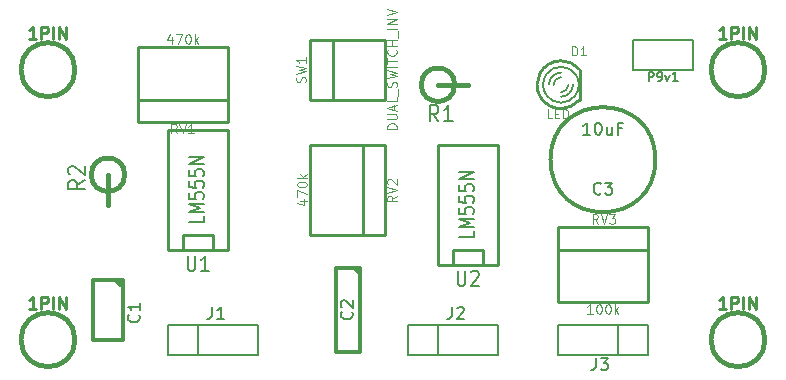
<source format=gto>
G04 (created by PCBNEW (2013-jul-07)-stable) date Sat 29 Nov 2014 08:52:29 PM GMT*
%MOIN*%
G04 Gerber Fmt 3.4, Leading zero omitted, Abs format*
%FSLAX34Y34*%
G01*
G70*
G90*
G04 APERTURE LIST*
%ADD10C,0.00590551*%
%ADD11C,0.015*%
%ADD12C,0.01*%
%ADD13C,0.006*%
%ADD14C,0.012*%
%ADD15C,0.008*%
%ADD16C,0.0035*%
%ADD17C,0.00472441*%
G04 APERTURE END LIST*
G54D10*
G54D11*
X48500Y-39500D02*
X48500Y-40500D01*
X49059Y-39500D02*
G75*
G03X49059Y-39500I-559J0D01*
G74*
G01*
G54D12*
X51000Y-42000D02*
X51000Y-41500D01*
X51000Y-41500D02*
X52000Y-41500D01*
X52000Y-41500D02*
X52000Y-42000D01*
X50500Y-42000D02*
X50500Y-38000D01*
X50500Y-38000D02*
X52500Y-38000D01*
X52500Y-38000D02*
X52500Y-42000D01*
X52500Y-42000D02*
X50500Y-42000D01*
X60000Y-42500D02*
X60000Y-42000D01*
X60000Y-42000D02*
X61000Y-42000D01*
X61000Y-42000D02*
X61000Y-42500D01*
X59500Y-42500D02*
X59500Y-38500D01*
X59500Y-38500D02*
X61500Y-38500D01*
X61500Y-38500D02*
X61500Y-42500D01*
X61500Y-42500D02*
X59500Y-42500D01*
X64220Y-37000D02*
X64220Y-36000D01*
G54D13*
X63139Y-36115D02*
G75*
G03X63000Y-36500I460J-384D01*
G74*
G01*
X63000Y-36500D02*
G75*
G03X63151Y-36897I599J0D01*
G74*
G01*
X64199Y-36500D02*
G75*
G03X64055Y-36110I-599J0D01*
G74*
G01*
X64060Y-36884D02*
G75*
G03X64200Y-36500I-460J384D01*
G74*
G01*
X64087Y-36150D02*
G75*
G03X63600Y-35900I-487J-349D01*
G74*
G01*
X63600Y-35900D02*
G75*
G03X63120Y-36139I0J-600D01*
G74*
G01*
X63600Y-37099D02*
G75*
G03X64072Y-36868I0J599D01*
G74*
G01*
X63126Y-36868D02*
G75*
G03X63600Y-37100I473J368D01*
G74*
G01*
X63600Y-36250D02*
G75*
G03X63350Y-36500I0J-250D01*
G74*
G01*
X63600Y-36100D02*
G75*
G03X63200Y-36500I0J-400D01*
G74*
G01*
X63600Y-36750D02*
G75*
G03X63850Y-36500I0J250D01*
G74*
G01*
X63600Y-36900D02*
G75*
G03X64000Y-36500I0J400D01*
G74*
G01*
G54D12*
X64213Y-35986D02*
G75*
G03X63600Y-35700I-613J-513D01*
G74*
G01*
X63600Y-35701D02*
G75*
G03X62895Y-36123I0J-799D01*
G74*
G01*
X63601Y-37298D02*
G75*
G03X64210Y-37015I-1J798D01*
G74*
G01*
X62905Y-36897D02*
G75*
G03X63600Y-37300I694J397D01*
G74*
G01*
X62895Y-36120D02*
G75*
G03X62800Y-36500I704J-379D01*
G74*
G01*
X62800Y-36500D02*
G75*
G03X62918Y-36918I799J0D01*
G74*
G01*
G54D13*
X66500Y-44500D02*
X66500Y-45500D01*
X66500Y-45500D02*
X63500Y-45500D01*
X63500Y-45500D02*
X63500Y-44500D01*
X63500Y-44500D02*
X66500Y-44500D01*
X65500Y-45500D02*
X65500Y-44500D01*
X50500Y-45500D02*
X50500Y-44500D01*
X50500Y-44500D02*
X53500Y-44500D01*
X53500Y-44500D02*
X53500Y-45500D01*
X53500Y-45500D02*
X50500Y-45500D01*
X51500Y-44500D02*
X51500Y-45500D01*
G54D14*
X49000Y-43020D02*
X49000Y-45000D01*
X49000Y-45000D02*
X48000Y-45000D01*
X48000Y-45000D02*
X48000Y-43000D01*
X48000Y-43000D02*
X49000Y-43000D01*
X48750Y-43000D02*
X49000Y-43250D01*
X56900Y-42600D02*
X56900Y-45400D01*
X56900Y-45400D02*
X56100Y-45400D01*
X56100Y-45400D02*
X56100Y-42600D01*
X56100Y-42600D02*
X56900Y-42600D01*
X56700Y-42600D02*
X56900Y-42800D01*
X66750Y-39000D02*
G75*
G03X66750Y-39000I-1750J0D01*
G74*
G01*
G54D11*
X59500Y-36500D02*
X60500Y-36500D01*
X60059Y-36500D02*
G75*
G03X60059Y-36500I-559J0D01*
G74*
G01*
G54D12*
X56000Y-35000D02*
X56000Y-37000D01*
X57750Y-35000D02*
X57750Y-37000D01*
X55250Y-37000D02*
X55250Y-35000D01*
X55250Y-37000D02*
X57750Y-37000D01*
X55250Y-35000D02*
X57750Y-35000D01*
G54D13*
X68000Y-35000D02*
X68000Y-36000D01*
X68000Y-36000D02*
X66000Y-36000D01*
X66000Y-36000D02*
X66000Y-35000D01*
X66000Y-35000D02*
X68000Y-35000D01*
X58500Y-45500D02*
X58500Y-44500D01*
X58500Y-44500D02*
X61500Y-44500D01*
X61500Y-44500D02*
X61500Y-45500D01*
X61500Y-45500D02*
X58500Y-45500D01*
X59500Y-44500D02*
X59500Y-45500D01*
G54D12*
X57750Y-38500D02*
X55250Y-38500D01*
X57750Y-41500D02*
X55250Y-41500D01*
X57000Y-41500D02*
X57000Y-38500D01*
X57750Y-38500D02*
X57750Y-41500D01*
X55250Y-41500D02*
X55250Y-38500D01*
X52500Y-37750D02*
X52500Y-35250D01*
X49500Y-37750D02*
X49500Y-35250D01*
X49500Y-37000D02*
X52500Y-37000D01*
X52500Y-37750D02*
X49500Y-37750D01*
X49500Y-35250D02*
X52500Y-35250D01*
X63500Y-41250D02*
X63500Y-43750D01*
X66500Y-41250D02*
X66500Y-43750D01*
X66500Y-42000D02*
X63500Y-42000D01*
X63500Y-41250D02*
X66500Y-41250D01*
X66500Y-43750D02*
X63500Y-43750D01*
G54D11*
X47400Y-36000D02*
G75*
G03X47400Y-36000I-900J0D01*
G74*
G01*
X47400Y-45000D02*
G75*
G03X47400Y-45000I-900J0D01*
G74*
G01*
X70400Y-45000D02*
G75*
G03X70400Y-45000I-900J0D01*
G74*
G01*
X70400Y-36000D02*
G75*
G03X70400Y-36000I-900J0D01*
G74*
G01*
G54D15*
X47722Y-39683D02*
X47460Y-39850D01*
X47722Y-39969D02*
X47172Y-39969D01*
X47172Y-39778D01*
X47198Y-39730D01*
X47225Y-39707D01*
X47277Y-39683D01*
X47355Y-39683D01*
X47408Y-39707D01*
X47434Y-39730D01*
X47460Y-39778D01*
X47460Y-39969D01*
X47225Y-39492D02*
X47198Y-39469D01*
X47172Y-39421D01*
X47172Y-39302D01*
X47198Y-39254D01*
X47225Y-39230D01*
X47277Y-39207D01*
X47329Y-39207D01*
X47408Y-39230D01*
X47722Y-39516D01*
X47722Y-39207D01*
X51157Y-42202D02*
X51157Y-42607D01*
X51178Y-42654D01*
X51200Y-42678D01*
X51242Y-42702D01*
X51328Y-42702D01*
X51371Y-42678D01*
X51392Y-42654D01*
X51414Y-42607D01*
X51414Y-42202D01*
X51864Y-42702D02*
X51607Y-42702D01*
X51735Y-42702D02*
X51735Y-42202D01*
X51692Y-42273D01*
X51650Y-42321D01*
X51607Y-42345D01*
X51702Y-40885D02*
X51702Y-41076D01*
X51202Y-41076D01*
X51702Y-40752D02*
X51202Y-40752D01*
X51559Y-40619D01*
X51202Y-40485D01*
X51702Y-40485D01*
X51202Y-40104D02*
X51202Y-40295D01*
X51440Y-40314D01*
X51416Y-40295D01*
X51392Y-40257D01*
X51392Y-40161D01*
X51416Y-40123D01*
X51440Y-40104D01*
X51488Y-40085D01*
X51607Y-40085D01*
X51654Y-40104D01*
X51678Y-40123D01*
X51702Y-40161D01*
X51702Y-40257D01*
X51678Y-40295D01*
X51654Y-40314D01*
X51202Y-39723D02*
X51202Y-39914D01*
X51440Y-39933D01*
X51416Y-39914D01*
X51392Y-39876D01*
X51392Y-39780D01*
X51416Y-39742D01*
X51440Y-39723D01*
X51488Y-39704D01*
X51607Y-39704D01*
X51654Y-39723D01*
X51678Y-39742D01*
X51702Y-39780D01*
X51702Y-39876D01*
X51678Y-39914D01*
X51654Y-39933D01*
X51202Y-39342D02*
X51202Y-39533D01*
X51440Y-39552D01*
X51416Y-39533D01*
X51392Y-39495D01*
X51392Y-39400D01*
X51416Y-39361D01*
X51440Y-39342D01*
X51488Y-39323D01*
X51607Y-39323D01*
X51654Y-39342D01*
X51678Y-39361D01*
X51702Y-39400D01*
X51702Y-39495D01*
X51678Y-39533D01*
X51654Y-39552D01*
X51702Y-39152D02*
X51202Y-39152D01*
X51702Y-38923D01*
X51202Y-38923D01*
X60157Y-42702D02*
X60157Y-43107D01*
X60178Y-43154D01*
X60200Y-43178D01*
X60242Y-43202D01*
X60328Y-43202D01*
X60371Y-43178D01*
X60392Y-43154D01*
X60414Y-43107D01*
X60414Y-42702D01*
X60607Y-42750D02*
X60628Y-42726D01*
X60671Y-42702D01*
X60778Y-42702D01*
X60821Y-42726D01*
X60842Y-42750D01*
X60864Y-42797D01*
X60864Y-42845D01*
X60842Y-42916D01*
X60585Y-43202D01*
X60864Y-43202D01*
X60702Y-41385D02*
X60702Y-41576D01*
X60202Y-41576D01*
X60702Y-41252D02*
X60202Y-41252D01*
X60559Y-41119D01*
X60202Y-40985D01*
X60702Y-40985D01*
X60202Y-40604D02*
X60202Y-40795D01*
X60440Y-40814D01*
X60416Y-40795D01*
X60392Y-40757D01*
X60392Y-40661D01*
X60416Y-40623D01*
X60440Y-40604D01*
X60488Y-40585D01*
X60607Y-40585D01*
X60654Y-40604D01*
X60678Y-40623D01*
X60702Y-40661D01*
X60702Y-40757D01*
X60678Y-40795D01*
X60654Y-40814D01*
X60202Y-40223D02*
X60202Y-40414D01*
X60440Y-40433D01*
X60416Y-40414D01*
X60392Y-40376D01*
X60392Y-40280D01*
X60416Y-40242D01*
X60440Y-40223D01*
X60488Y-40204D01*
X60607Y-40204D01*
X60654Y-40223D01*
X60678Y-40242D01*
X60702Y-40280D01*
X60702Y-40376D01*
X60678Y-40414D01*
X60654Y-40433D01*
X60202Y-39842D02*
X60202Y-40033D01*
X60440Y-40052D01*
X60416Y-40033D01*
X60392Y-39995D01*
X60392Y-39900D01*
X60416Y-39861D01*
X60440Y-39842D01*
X60488Y-39823D01*
X60607Y-39823D01*
X60654Y-39842D01*
X60678Y-39861D01*
X60702Y-39900D01*
X60702Y-39995D01*
X60678Y-40033D01*
X60654Y-40052D01*
X60702Y-39652D02*
X60202Y-39652D01*
X60702Y-39423D01*
X60202Y-39423D01*
G54D16*
X63978Y-35521D02*
X63978Y-35221D01*
X64050Y-35221D01*
X64092Y-35235D01*
X64121Y-35264D01*
X64135Y-35292D01*
X64150Y-35350D01*
X64150Y-35392D01*
X64135Y-35450D01*
X64121Y-35478D01*
X64092Y-35507D01*
X64050Y-35521D01*
X63978Y-35521D01*
X64435Y-35521D02*
X64264Y-35521D01*
X64350Y-35521D02*
X64350Y-35221D01*
X64321Y-35264D01*
X64292Y-35292D01*
X64264Y-35307D01*
X63307Y-37621D02*
X63164Y-37621D01*
X63164Y-37321D01*
X63407Y-37464D02*
X63507Y-37464D01*
X63550Y-37621D02*
X63407Y-37621D01*
X63407Y-37321D01*
X63550Y-37321D01*
X63678Y-37621D02*
X63678Y-37321D01*
X63750Y-37321D01*
X63792Y-37335D01*
X63821Y-37364D01*
X63835Y-37392D01*
X63850Y-37450D01*
X63850Y-37492D01*
X63835Y-37550D01*
X63821Y-37578D01*
X63792Y-37607D01*
X63750Y-37621D01*
X63678Y-37621D01*
G54D13*
X64766Y-45611D02*
X64766Y-45897D01*
X64747Y-45954D01*
X64709Y-45992D01*
X64652Y-46011D01*
X64614Y-46011D01*
X64919Y-45611D02*
X65166Y-45611D01*
X65033Y-45764D01*
X65090Y-45764D01*
X65128Y-45783D01*
X65147Y-45802D01*
X65166Y-45840D01*
X65166Y-45935D01*
X65147Y-45973D01*
X65128Y-45992D01*
X65090Y-46011D01*
X64976Y-46011D01*
X64938Y-45992D01*
X64919Y-45973D01*
X51966Y-43911D02*
X51966Y-44197D01*
X51947Y-44254D01*
X51909Y-44292D01*
X51852Y-44311D01*
X51814Y-44311D01*
X52366Y-44311D02*
X52138Y-44311D01*
X52252Y-44311D02*
X52252Y-43911D01*
X52214Y-43969D01*
X52176Y-44007D01*
X52138Y-44026D01*
G54D15*
X49523Y-44166D02*
X49542Y-44185D01*
X49561Y-44242D01*
X49561Y-44280D01*
X49542Y-44338D01*
X49504Y-44376D01*
X49466Y-44395D01*
X49390Y-44414D01*
X49333Y-44414D01*
X49257Y-44395D01*
X49219Y-44376D01*
X49180Y-44338D01*
X49161Y-44280D01*
X49161Y-44242D01*
X49180Y-44185D01*
X49200Y-44166D01*
X49561Y-43785D02*
X49561Y-44014D01*
X49561Y-43899D02*
X49161Y-43899D01*
X49219Y-43938D01*
X49257Y-43976D01*
X49276Y-44014D01*
X56623Y-44066D02*
X56642Y-44085D01*
X56661Y-44142D01*
X56661Y-44180D01*
X56642Y-44238D01*
X56604Y-44276D01*
X56566Y-44295D01*
X56490Y-44314D01*
X56433Y-44314D01*
X56357Y-44295D01*
X56319Y-44276D01*
X56280Y-44238D01*
X56261Y-44180D01*
X56261Y-44142D01*
X56280Y-44085D01*
X56300Y-44066D01*
X56300Y-43914D02*
X56280Y-43895D01*
X56261Y-43857D01*
X56261Y-43761D01*
X56280Y-43723D01*
X56300Y-43704D01*
X56338Y-43685D01*
X56376Y-43685D01*
X56433Y-43704D01*
X56661Y-43933D01*
X56661Y-43685D01*
X64933Y-40123D02*
X64914Y-40142D01*
X64857Y-40161D01*
X64819Y-40161D01*
X64761Y-40142D01*
X64723Y-40104D01*
X64704Y-40066D01*
X64685Y-39990D01*
X64685Y-39933D01*
X64704Y-39857D01*
X64723Y-39819D01*
X64761Y-39780D01*
X64819Y-39761D01*
X64857Y-39761D01*
X64914Y-39780D01*
X64933Y-39800D01*
X65066Y-39761D02*
X65314Y-39761D01*
X65180Y-39914D01*
X65238Y-39914D01*
X65276Y-39933D01*
X65295Y-39952D01*
X65314Y-39990D01*
X65314Y-40085D01*
X65295Y-40123D01*
X65276Y-40142D01*
X65238Y-40161D01*
X65123Y-40161D01*
X65085Y-40142D01*
X65066Y-40123D01*
X64571Y-38161D02*
X64342Y-38161D01*
X64457Y-38161D02*
X64457Y-37761D01*
X64419Y-37819D01*
X64380Y-37857D01*
X64342Y-37876D01*
X64819Y-37761D02*
X64857Y-37761D01*
X64895Y-37780D01*
X64914Y-37800D01*
X64933Y-37838D01*
X64952Y-37914D01*
X64952Y-38009D01*
X64933Y-38085D01*
X64914Y-38123D01*
X64895Y-38142D01*
X64857Y-38161D01*
X64819Y-38161D01*
X64780Y-38142D01*
X64761Y-38123D01*
X64742Y-38085D01*
X64723Y-38009D01*
X64723Y-37914D01*
X64742Y-37838D01*
X64761Y-37800D01*
X64780Y-37780D01*
X64819Y-37761D01*
X65295Y-37895D02*
X65295Y-38161D01*
X65123Y-37895D02*
X65123Y-38104D01*
X65142Y-38142D01*
X65180Y-38161D01*
X65238Y-38161D01*
X65276Y-38142D01*
X65295Y-38123D01*
X65619Y-37952D02*
X65485Y-37952D01*
X65485Y-38161D02*
X65485Y-37761D01*
X65676Y-37761D01*
X59516Y-37722D02*
X59350Y-37460D01*
X59230Y-37722D02*
X59230Y-37172D01*
X59421Y-37172D01*
X59469Y-37198D01*
X59492Y-37225D01*
X59516Y-37277D01*
X59516Y-37355D01*
X59492Y-37408D01*
X59469Y-37434D01*
X59421Y-37460D01*
X59230Y-37460D01*
X59992Y-37722D02*
X59707Y-37722D01*
X59850Y-37722D02*
X59850Y-37172D01*
X59802Y-37251D01*
X59754Y-37303D01*
X59707Y-37329D01*
G54D17*
X55077Y-36419D02*
X55092Y-36374D01*
X55092Y-36299D01*
X55077Y-36269D01*
X55062Y-36254D01*
X55032Y-36239D01*
X55002Y-36239D01*
X54972Y-36254D01*
X54957Y-36269D01*
X54942Y-36299D01*
X54927Y-36359D01*
X54912Y-36389D01*
X54897Y-36404D01*
X54867Y-36419D01*
X54837Y-36419D01*
X54807Y-36404D01*
X54792Y-36389D01*
X54777Y-36359D01*
X54777Y-36284D01*
X54792Y-36239D01*
X54777Y-36134D02*
X55092Y-36059D01*
X54867Y-36000D01*
X55092Y-35940D01*
X54777Y-35865D01*
X55092Y-35580D02*
X55092Y-35760D01*
X55092Y-35670D02*
X54777Y-35670D01*
X54822Y-35700D01*
X54852Y-35730D01*
X54867Y-35760D01*
X58127Y-37972D02*
X57812Y-37972D01*
X57812Y-37897D01*
X57827Y-37852D01*
X57857Y-37822D01*
X57887Y-37807D01*
X57947Y-37792D01*
X57992Y-37792D01*
X58052Y-37807D01*
X58082Y-37822D01*
X58112Y-37852D01*
X58127Y-37897D01*
X58127Y-37972D01*
X57812Y-37657D02*
X58067Y-37657D01*
X58097Y-37642D01*
X58112Y-37627D01*
X58127Y-37597D01*
X58127Y-37537D01*
X58112Y-37507D01*
X58097Y-37492D01*
X58067Y-37477D01*
X57812Y-37477D01*
X58037Y-37342D02*
X58037Y-37192D01*
X58127Y-37372D02*
X57812Y-37267D01*
X58127Y-37162D01*
X58127Y-36907D02*
X58127Y-37057D01*
X57812Y-37057D01*
X58157Y-36877D02*
X58157Y-36637D01*
X58112Y-36577D02*
X58127Y-36532D01*
X58127Y-36457D01*
X58112Y-36427D01*
X58097Y-36412D01*
X58067Y-36397D01*
X58037Y-36397D01*
X58007Y-36412D01*
X57992Y-36427D01*
X57977Y-36457D01*
X57962Y-36517D01*
X57947Y-36547D01*
X57932Y-36562D01*
X57902Y-36577D01*
X57872Y-36577D01*
X57842Y-36562D01*
X57827Y-36547D01*
X57812Y-36517D01*
X57812Y-36442D01*
X57827Y-36397D01*
X57812Y-36292D02*
X58127Y-36217D01*
X57902Y-36157D01*
X58127Y-36097D01*
X57812Y-36022D01*
X58127Y-35902D02*
X57812Y-35902D01*
X57812Y-35797D02*
X57812Y-35617D01*
X58127Y-35707D02*
X57812Y-35707D01*
X58097Y-35332D02*
X58112Y-35347D01*
X58127Y-35392D01*
X58127Y-35422D01*
X58112Y-35467D01*
X58082Y-35497D01*
X58052Y-35512D01*
X57992Y-35527D01*
X57947Y-35527D01*
X57887Y-35512D01*
X57857Y-35497D01*
X57827Y-35467D01*
X57812Y-35422D01*
X57812Y-35392D01*
X57827Y-35347D01*
X57842Y-35332D01*
X58127Y-35197D02*
X57812Y-35197D01*
X57962Y-35197D02*
X57962Y-35017D01*
X58127Y-35017D02*
X57812Y-35017D01*
X58157Y-34942D02*
X58157Y-34702D01*
X58127Y-34627D02*
X57812Y-34627D01*
X58127Y-34477D02*
X57812Y-34477D01*
X58127Y-34297D01*
X57812Y-34297D01*
X57812Y-34192D02*
X58127Y-34087D01*
X57812Y-33982D01*
G54D13*
X66521Y-36371D02*
X66521Y-36071D01*
X66635Y-36071D01*
X66664Y-36085D01*
X66678Y-36100D01*
X66692Y-36128D01*
X66692Y-36171D01*
X66678Y-36200D01*
X66664Y-36214D01*
X66635Y-36228D01*
X66521Y-36228D01*
X66835Y-36371D02*
X66892Y-36371D01*
X66921Y-36357D01*
X66935Y-36342D01*
X66964Y-36300D01*
X66978Y-36242D01*
X66978Y-36128D01*
X66964Y-36100D01*
X66950Y-36085D01*
X66921Y-36071D01*
X66864Y-36071D01*
X66835Y-36085D01*
X66821Y-36100D01*
X66807Y-36128D01*
X66807Y-36200D01*
X66821Y-36228D01*
X66835Y-36242D01*
X66864Y-36257D01*
X66921Y-36257D01*
X66950Y-36242D01*
X66964Y-36228D01*
X66978Y-36200D01*
X67078Y-36171D02*
X67150Y-36371D01*
X67221Y-36171D01*
X67492Y-36371D02*
X67321Y-36371D01*
X67407Y-36371D02*
X67407Y-36071D01*
X67378Y-36114D01*
X67350Y-36142D01*
X67321Y-36157D01*
X59966Y-43911D02*
X59966Y-44197D01*
X59947Y-44254D01*
X59909Y-44292D01*
X59852Y-44311D01*
X59814Y-44311D01*
X60138Y-43950D02*
X60157Y-43930D01*
X60195Y-43911D01*
X60290Y-43911D01*
X60328Y-43930D01*
X60347Y-43950D01*
X60366Y-43988D01*
X60366Y-44026D01*
X60347Y-44083D01*
X60119Y-44311D01*
X60366Y-44311D01*
G54D17*
X58123Y-40207D02*
X57973Y-40312D01*
X58123Y-40387D02*
X57808Y-40387D01*
X57808Y-40267D01*
X57823Y-40237D01*
X57838Y-40222D01*
X57868Y-40207D01*
X57913Y-40207D01*
X57943Y-40222D01*
X57958Y-40237D01*
X57973Y-40267D01*
X57973Y-40387D01*
X57808Y-40117D02*
X58123Y-40012D01*
X57808Y-39907D01*
X57838Y-39817D02*
X57823Y-39802D01*
X57808Y-39772D01*
X57808Y-39697D01*
X57823Y-39667D01*
X57838Y-39652D01*
X57868Y-39637D01*
X57898Y-39637D01*
X57943Y-39652D01*
X58123Y-39832D01*
X58123Y-39637D01*
X54917Y-40367D02*
X55127Y-40367D01*
X54797Y-40442D02*
X55022Y-40517D01*
X55022Y-40322D01*
X54812Y-40232D02*
X54812Y-40022D01*
X55127Y-40157D01*
X54812Y-39842D02*
X54812Y-39812D01*
X54827Y-39782D01*
X54842Y-39767D01*
X54872Y-39752D01*
X54932Y-39737D01*
X55007Y-39737D01*
X55067Y-39752D01*
X55097Y-39767D01*
X55112Y-39782D01*
X55127Y-39812D01*
X55127Y-39842D01*
X55112Y-39872D01*
X55097Y-39887D01*
X55067Y-39902D01*
X55007Y-39917D01*
X54932Y-39917D01*
X54872Y-39902D01*
X54842Y-39887D01*
X54827Y-39872D01*
X54812Y-39842D01*
X55127Y-39602D02*
X54812Y-39602D01*
X55007Y-39572D02*
X55127Y-39482D01*
X54917Y-39482D02*
X55037Y-39602D01*
X50792Y-38123D02*
X50687Y-37973D01*
X50612Y-38123D02*
X50612Y-37808D01*
X50732Y-37808D01*
X50762Y-37823D01*
X50777Y-37838D01*
X50792Y-37868D01*
X50792Y-37913D01*
X50777Y-37943D01*
X50762Y-37958D01*
X50732Y-37973D01*
X50612Y-37973D01*
X50882Y-37808D02*
X50987Y-38123D01*
X51092Y-37808D01*
X51362Y-38123D02*
X51182Y-38123D01*
X51272Y-38123D02*
X51272Y-37808D01*
X51242Y-37853D01*
X51212Y-37883D01*
X51182Y-37898D01*
X50632Y-34917D02*
X50632Y-35127D01*
X50557Y-34797D02*
X50482Y-35022D01*
X50677Y-35022D01*
X50767Y-34812D02*
X50977Y-34812D01*
X50842Y-35127D01*
X51157Y-34812D02*
X51187Y-34812D01*
X51217Y-34827D01*
X51232Y-34842D01*
X51247Y-34872D01*
X51262Y-34932D01*
X51262Y-35007D01*
X51247Y-35067D01*
X51232Y-35097D01*
X51217Y-35112D01*
X51187Y-35127D01*
X51157Y-35127D01*
X51127Y-35112D01*
X51112Y-35097D01*
X51097Y-35067D01*
X51082Y-35007D01*
X51082Y-34932D01*
X51097Y-34872D01*
X51112Y-34842D01*
X51127Y-34827D01*
X51157Y-34812D01*
X51397Y-35127D02*
X51397Y-34812D01*
X51427Y-35007D02*
X51517Y-35127D01*
X51517Y-34917D02*
X51397Y-35037D01*
X64832Y-41131D02*
X64727Y-40981D01*
X64652Y-41131D02*
X64652Y-40816D01*
X64772Y-40816D01*
X64802Y-40831D01*
X64817Y-40846D01*
X64832Y-40876D01*
X64832Y-40921D01*
X64817Y-40951D01*
X64802Y-40966D01*
X64772Y-40981D01*
X64652Y-40981D01*
X64922Y-40816D02*
X65027Y-41131D01*
X65132Y-40816D01*
X65207Y-40816D02*
X65402Y-40816D01*
X65297Y-40936D01*
X65342Y-40936D01*
X65372Y-40951D01*
X65387Y-40966D01*
X65402Y-40996D01*
X65402Y-41071D01*
X65387Y-41101D01*
X65372Y-41116D01*
X65342Y-41131D01*
X65252Y-41131D01*
X65222Y-41116D01*
X65207Y-41101D01*
X64662Y-44127D02*
X64482Y-44127D01*
X64572Y-44127D02*
X64572Y-43812D01*
X64542Y-43857D01*
X64512Y-43887D01*
X64482Y-43902D01*
X64857Y-43812D02*
X64887Y-43812D01*
X64917Y-43827D01*
X64932Y-43842D01*
X64947Y-43872D01*
X64962Y-43932D01*
X64962Y-44007D01*
X64947Y-44067D01*
X64932Y-44097D01*
X64917Y-44112D01*
X64887Y-44127D01*
X64857Y-44127D01*
X64827Y-44112D01*
X64812Y-44097D01*
X64797Y-44067D01*
X64782Y-44007D01*
X64782Y-43932D01*
X64797Y-43872D01*
X64812Y-43842D01*
X64827Y-43827D01*
X64857Y-43812D01*
X65157Y-43812D02*
X65187Y-43812D01*
X65217Y-43827D01*
X65232Y-43842D01*
X65247Y-43872D01*
X65262Y-43932D01*
X65262Y-44007D01*
X65247Y-44067D01*
X65232Y-44097D01*
X65217Y-44112D01*
X65187Y-44127D01*
X65157Y-44127D01*
X65127Y-44112D01*
X65112Y-44097D01*
X65097Y-44067D01*
X65082Y-44007D01*
X65082Y-43932D01*
X65097Y-43872D01*
X65112Y-43842D01*
X65127Y-43827D01*
X65157Y-43812D01*
X65397Y-44127D02*
X65397Y-43812D01*
X65427Y-44007D02*
X65517Y-44127D01*
X65517Y-43917D02*
X65397Y-44037D01*
G54D12*
X46109Y-34961D02*
X45880Y-34961D01*
X45995Y-34961D02*
X45995Y-34561D01*
X45957Y-34619D01*
X45919Y-34657D01*
X45880Y-34676D01*
X46280Y-34961D02*
X46280Y-34561D01*
X46433Y-34561D01*
X46471Y-34580D01*
X46490Y-34600D01*
X46509Y-34638D01*
X46509Y-34695D01*
X46490Y-34733D01*
X46471Y-34752D01*
X46433Y-34771D01*
X46280Y-34771D01*
X46680Y-34961D02*
X46680Y-34561D01*
X46871Y-34961D02*
X46871Y-34561D01*
X47100Y-34961D01*
X47100Y-34561D01*
X46109Y-43961D02*
X45880Y-43961D01*
X45995Y-43961D02*
X45995Y-43561D01*
X45957Y-43619D01*
X45919Y-43657D01*
X45880Y-43676D01*
X46280Y-43961D02*
X46280Y-43561D01*
X46433Y-43561D01*
X46471Y-43580D01*
X46490Y-43600D01*
X46509Y-43638D01*
X46509Y-43695D01*
X46490Y-43733D01*
X46471Y-43752D01*
X46433Y-43771D01*
X46280Y-43771D01*
X46680Y-43961D02*
X46680Y-43561D01*
X46871Y-43961D02*
X46871Y-43561D01*
X47100Y-43961D01*
X47100Y-43561D01*
X69109Y-43961D02*
X68880Y-43961D01*
X68995Y-43961D02*
X68995Y-43561D01*
X68957Y-43619D01*
X68919Y-43657D01*
X68880Y-43676D01*
X69280Y-43961D02*
X69280Y-43561D01*
X69433Y-43561D01*
X69471Y-43580D01*
X69490Y-43600D01*
X69509Y-43638D01*
X69509Y-43695D01*
X69490Y-43733D01*
X69471Y-43752D01*
X69433Y-43771D01*
X69280Y-43771D01*
X69680Y-43961D02*
X69680Y-43561D01*
X69871Y-43961D02*
X69871Y-43561D01*
X70100Y-43961D01*
X70100Y-43561D01*
X69109Y-34961D02*
X68880Y-34961D01*
X68995Y-34961D02*
X68995Y-34561D01*
X68957Y-34619D01*
X68919Y-34657D01*
X68880Y-34676D01*
X69280Y-34961D02*
X69280Y-34561D01*
X69433Y-34561D01*
X69471Y-34580D01*
X69490Y-34600D01*
X69509Y-34638D01*
X69509Y-34695D01*
X69490Y-34733D01*
X69471Y-34752D01*
X69433Y-34771D01*
X69280Y-34771D01*
X69680Y-34961D02*
X69680Y-34561D01*
X69871Y-34961D02*
X69871Y-34561D01*
X70100Y-34961D01*
X70100Y-34561D01*
M02*

</source>
